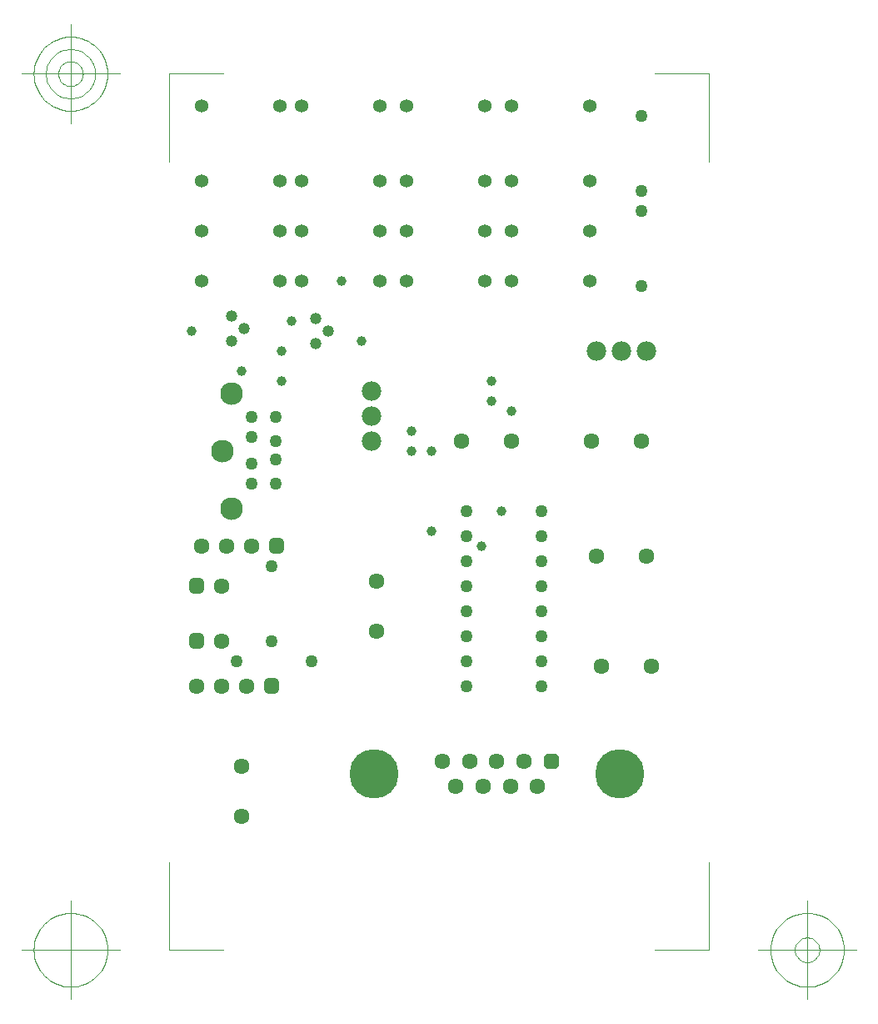
<source format=gbr>
G04 Generated by Ultiboard *
%FSLAX25Y25*%
%MOIN*%

%ADD13C,0.00394*%
%ADD15C,0.03937*%
%ADD16C,0.04943*%
%ADD17C,0.09055*%
%ADD18C,0.06334*%
%ADD19C,0.07834*%
%ADD20C,0.19666*%
%ADD21R,0.02667X0.02667*%
%ADD22C,0.03333*%
%ADD23C,0.05000*%
%ADD24R,0.02083X0.02083*%
%ADD25C,0.03917*%
%ADD26C,0.05337*%
%ADD27C,0.04666*%


%LNSolder Mask Top*%
%LPD*%
%FSLAX25Y25*%
%MOIN*%
G54D13*
X-1000Y44493D02*
X-1000Y79513D01*
X-1000Y44493D02*
X20600Y44493D01*
X215000Y44493D02*
X193400Y44493D01*
X215000Y44493D02*
X215000Y79513D01*
X215000Y394701D02*
X215000Y359680D01*
X215000Y394701D02*
X193400Y394701D01*
X-1000Y394701D02*
X20600Y394701D01*
X-1000Y394701D02*
X-1000Y359680D01*
X-20685Y44493D02*
X-60055Y44493D01*
X-40370Y24807D02*
X-40370Y64178D01*
X-25606Y44493D02*
X-25677Y45940D01*
X-25677Y45940D02*
X-25890Y47373D01*
X-25890Y47373D02*
X-26242Y48778D01*
X-26242Y48778D02*
X-26730Y50142D01*
X-26730Y50142D02*
X-27350Y51452D01*
X-27350Y51452D02*
X-28094Y52695D01*
X-28094Y52695D02*
X-28958Y53859D01*
X-28958Y53859D02*
X-29931Y54932D01*
X-29931Y54932D02*
X-31004Y55905D01*
X-31004Y55905D02*
X-32168Y56768D01*
X-32168Y56768D02*
X-33410Y57513D01*
X-33410Y57513D02*
X-34720Y58132D01*
X-34720Y58132D02*
X-36084Y58621D01*
X-36084Y58621D02*
X-37490Y58973D01*
X-37490Y58973D02*
X-38923Y59185D01*
X-38923Y59185D02*
X-40370Y59256D01*
X-40370Y59256D02*
X-41817Y59185D01*
X-41817Y59185D02*
X-43250Y58973D01*
X-43250Y58973D02*
X-44656Y58621D01*
X-44656Y58621D02*
X-46020Y58132D01*
X-46020Y58132D02*
X-47330Y57513D01*
X-47330Y57513D02*
X-48572Y56768D01*
X-48572Y56768D02*
X-49736Y55905D01*
X-49736Y55905D02*
X-50810Y54932D01*
X-50810Y54932D02*
X-51783Y53859D01*
X-51783Y53859D02*
X-52646Y52695D01*
X-52646Y52695D02*
X-53391Y51452D01*
X-53391Y51452D02*
X-54010Y50142D01*
X-54010Y50142D02*
X-54498Y48778D01*
X-54498Y48778D02*
X-54850Y47373D01*
X-54850Y47373D02*
X-55063Y45940D01*
X-55063Y45940D02*
X-55134Y44493D01*
X-55134Y44493D02*
X-55063Y43045D01*
X-55063Y43045D02*
X-54850Y41612D01*
X-54850Y41612D02*
X-54498Y40207D01*
X-54498Y40207D02*
X-54010Y38843D01*
X-54010Y38843D02*
X-53391Y37533D01*
X-53391Y37533D02*
X-52646Y36290D01*
X-52646Y36290D02*
X-51783Y35126D01*
X-51783Y35126D02*
X-50810Y34053D01*
X-50810Y34053D02*
X-49736Y33080D01*
X-49736Y33080D02*
X-48572Y32217D01*
X-48572Y32217D02*
X-47330Y31472D01*
X-47330Y31472D02*
X-46020Y30853D01*
X-46020Y30853D02*
X-44656Y30364D01*
X-44656Y30364D02*
X-43250Y30012D01*
X-43250Y30012D02*
X-41817Y29800D01*
X-41817Y29800D02*
X-40370Y29729D01*
X-40370Y29729D02*
X-38923Y29800D01*
X-38923Y29800D02*
X-37490Y30012D01*
X-37490Y30012D02*
X-36084Y30364D01*
X-36084Y30364D02*
X-34720Y30853D01*
X-34720Y30853D02*
X-33410Y31472D01*
X-33410Y31472D02*
X-32168Y32217D01*
X-32168Y32217D02*
X-31004Y33080D01*
X-31004Y33080D02*
X-29931Y34053D01*
X-29931Y34053D02*
X-28958Y35126D01*
X-28958Y35126D02*
X-28094Y36290D01*
X-28094Y36290D02*
X-27350Y37533D01*
X-27350Y37533D02*
X-26730Y38843D01*
X-26730Y38843D02*
X-26242Y40207D01*
X-26242Y40207D02*
X-25890Y41612D01*
X-25890Y41612D02*
X-25677Y43045D01*
X-25677Y43045D02*
X-25606Y44493D01*
X234685Y44493D02*
X274055Y44493D01*
X254370Y24807D02*
X254370Y64178D01*
X269134Y44493D02*
X269063Y45940D01*
X269063Y45940D02*
X268850Y47373D01*
X268850Y47373D02*
X268498Y48778D01*
X268498Y48778D02*
X268010Y50142D01*
X268010Y50142D02*
X267391Y51452D01*
X267391Y51452D02*
X266646Y52695D01*
X266646Y52695D02*
X265783Y53859D01*
X265783Y53859D02*
X264810Y54932D01*
X264810Y54932D02*
X263736Y55905D01*
X263736Y55905D02*
X262572Y56768D01*
X262572Y56768D02*
X261330Y57513D01*
X261330Y57513D02*
X260020Y58132D01*
X260020Y58132D02*
X258656Y58621D01*
X258656Y58621D02*
X257250Y58973D01*
X257250Y58973D02*
X255817Y59185D01*
X255817Y59185D02*
X254370Y59256D01*
X254370Y59256D02*
X252923Y59185D01*
X252923Y59185D02*
X251490Y58973D01*
X251490Y58973D02*
X250084Y58621D01*
X250084Y58621D02*
X248720Y58132D01*
X248720Y58132D02*
X247410Y57513D01*
X247410Y57513D02*
X246168Y56768D01*
X246168Y56768D02*
X245004Y55905D01*
X245004Y55905D02*
X243931Y54932D01*
X243931Y54932D02*
X242958Y53859D01*
X242958Y53859D02*
X242094Y52695D01*
X242094Y52695D02*
X241350Y51452D01*
X241350Y51452D02*
X240730Y50142D01*
X240730Y50142D02*
X240242Y48778D01*
X240242Y48778D02*
X239890Y47373D01*
X239890Y47373D02*
X239677Y45940D01*
X239677Y45940D02*
X239606Y44493D01*
X239606Y44493D02*
X239677Y43045D01*
X239677Y43045D02*
X239890Y41612D01*
X239890Y41612D02*
X240242Y40207D01*
X240242Y40207D02*
X240730Y38843D01*
X240730Y38843D02*
X241350Y37533D01*
X241350Y37533D02*
X242094Y36290D01*
X242094Y36290D02*
X242958Y35126D01*
X242958Y35126D02*
X243931Y34053D01*
X243931Y34053D02*
X245004Y33080D01*
X245004Y33080D02*
X246168Y32217D01*
X246168Y32217D02*
X247410Y31472D01*
X247410Y31472D02*
X248720Y30853D01*
X248720Y30853D02*
X250084Y30364D01*
X250084Y30364D02*
X251490Y30012D01*
X251490Y30012D02*
X252923Y29800D01*
X252923Y29800D02*
X254370Y29729D01*
X254370Y29729D02*
X255817Y29800D01*
X255817Y29800D02*
X257250Y30012D01*
X257250Y30012D02*
X258656Y30364D01*
X258656Y30364D02*
X260020Y30853D01*
X260020Y30853D02*
X261330Y31472D01*
X261330Y31472D02*
X262572Y32217D01*
X262572Y32217D02*
X263736Y33080D01*
X263736Y33080D02*
X264810Y34053D01*
X264810Y34053D02*
X265783Y35126D01*
X265783Y35126D02*
X266646Y36290D01*
X266646Y36290D02*
X267391Y37533D01*
X267391Y37533D02*
X268010Y38843D01*
X268010Y38843D02*
X268498Y40207D01*
X268498Y40207D02*
X268850Y41612D01*
X268850Y41612D02*
X269063Y43045D01*
X269063Y43045D02*
X269134Y44493D01*
X259291Y44493D02*
X259268Y44975D01*
X259268Y44975D02*
X259197Y45453D01*
X259197Y45453D02*
X259079Y45921D01*
X259079Y45921D02*
X258917Y46376D01*
X258917Y46376D02*
X258710Y46812D01*
X258710Y46812D02*
X258462Y47227D01*
X258462Y47227D02*
X258174Y47615D01*
X258174Y47615D02*
X257850Y47972D01*
X257850Y47972D02*
X257492Y48297D01*
X257492Y48297D02*
X257104Y48584D01*
X257104Y48584D02*
X256690Y48833D01*
X256690Y48833D02*
X256253Y49039D01*
X256253Y49039D02*
X255799Y49202D01*
X255799Y49202D02*
X255330Y49319D01*
X255330Y49319D02*
X254852Y49390D01*
X254852Y49390D02*
X254370Y49414D01*
X254370Y49414D02*
X253888Y49390D01*
X253888Y49390D02*
X253410Y49319D01*
X253410Y49319D02*
X252942Y49202D01*
X252942Y49202D02*
X252487Y49039D01*
X252487Y49039D02*
X252050Y48833D01*
X252050Y48833D02*
X251636Y48584D01*
X251636Y48584D02*
X251248Y48297D01*
X251248Y48297D02*
X250890Y47972D01*
X250890Y47972D02*
X250566Y47615D01*
X250566Y47615D02*
X250278Y47227D01*
X250278Y47227D02*
X250030Y46812D01*
X250030Y46812D02*
X249823Y46376D01*
X249823Y46376D02*
X249661Y45921D01*
X249661Y45921D02*
X249543Y45453D01*
X249543Y45453D02*
X249473Y44975D01*
X249473Y44975D02*
X249449Y44493D01*
X249449Y44493D02*
X249473Y44010D01*
X249473Y44010D02*
X249543Y43532D01*
X249543Y43532D02*
X249661Y43064D01*
X249661Y43064D02*
X249823Y42609D01*
X249823Y42609D02*
X250030Y42173D01*
X250030Y42173D02*
X250278Y41758D01*
X250278Y41758D02*
X250566Y41371D01*
X250566Y41371D02*
X250890Y41013D01*
X250890Y41013D02*
X251248Y40688D01*
X251248Y40688D02*
X251636Y40401D01*
X251636Y40401D02*
X252050Y40152D01*
X252050Y40152D02*
X252487Y39946D01*
X252487Y39946D02*
X252942Y39783D01*
X252942Y39783D02*
X253410Y39666D01*
X253410Y39666D02*
X253888Y39595D01*
X253888Y39595D02*
X254370Y39571D01*
X254370Y39571D02*
X254852Y39595D01*
X254852Y39595D02*
X255330Y39666D01*
X255330Y39666D02*
X255799Y39783D01*
X255799Y39783D02*
X256253Y39946D01*
X256253Y39946D02*
X256690Y40152D01*
X256690Y40152D02*
X257104Y40401D01*
X257104Y40401D02*
X257492Y40688D01*
X257492Y40688D02*
X257850Y41013D01*
X257850Y41013D02*
X258174Y41371D01*
X258174Y41371D02*
X258462Y41758D01*
X258462Y41758D02*
X258710Y42173D01*
X258710Y42173D02*
X258917Y42609D01*
X258917Y42609D02*
X259079Y43064D01*
X259079Y43064D02*
X259197Y43532D01*
X259197Y43532D02*
X259268Y44010D01*
X259268Y44010D02*
X259291Y44493D01*
X-20685Y394701D02*
X-60055Y394701D01*
X-40370Y375016D02*
X-40370Y414386D01*
X-25606Y394701D02*
X-25677Y396148D01*
X-25677Y396148D02*
X-25890Y397581D01*
X-25890Y397581D02*
X-26242Y398986D01*
X-26242Y398986D02*
X-26730Y400351D01*
X-26730Y400351D02*
X-27350Y401660D01*
X-27350Y401660D02*
X-28094Y402903D01*
X-28094Y402903D02*
X-28958Y404067D01*
X-28958Y404067D02*
X-29931Y405140D01*
X-29931Y405140D02*
X-31004Y406113D01*
X-31004Y406113D02*
X-32168Y406976D01*
X-32168Y406976D02*
X-33410Y407721D01*
X-33410Y407721D02*
X-34720Y408341D01*
X-34720Y408341D02*
X-36084Y408829D01*
X-36084Y408829D02*
X-37490Y409181D01*
X-37490Y409181D02*
X-38923Y409393D01*
X-38923Y409393D02*
X-40370Y409465D01*
X-40370Y409465D02*
X-41817Y409393D01*
X-41817Y409393D02*
X-43250Y409181D01*
X-43250Y409181D02*
X-44656Y408829D01*
X-44656Y408829D02*
X-46020Y408341D01*
X-46020Y408341D02*
X-47330Y407721D01*
X-47330Y407721D02*
X-48572Y406976D01*
X-48572Y406976D02*
X-49736Y406113D01*
X-49736Y406113D02*
X-50810Y405140D01*
X-50810Y405140D02*
X-51783Y404067D01*
X-51783Y404067D02*
X-52646Y402903D01*
X-52646Y402903D02*
X-53391Y401660D01*
X-53391Y401660D02*
X-54010Y400351D01*
X-54010Y400351D02*
X-54498Y398986D01*
X-54498Y398986D02*
X-54850Y397581D01*
X-54850Y397581D02*
X-55063Y396148D01*
X-55063Y396148D02*
X-55134Y394701D01*
X-55134Y394701D02*
X-55063Y393254D01*
X-55063Y393254D02*
X-54850Y391821D01*
X-54850Y391821D02*
X-54498Y390415D01*
X-54498Y390415D02*
X-54010Y389051D01*
X-54010Y389051D02*
X-53391Y387741D01*
X-53391Y387741D02*
X-52646Y386498D01*
X-52646Y386498D02*
X-51783Y385335D01*
X-51783Y385335D02*
X-50810Y384261D01*
X-50810Y384261D02*
X-49736Y383288D01*
X-49736Y383288D02*
X-48572Y382425D01*
X-48572Y382425D02*
X-47330Y381680D01*
X-47330Y381680D02*
X-46020Y381061D01*
X-46020Y381061D02*
X-44656Y380573D01*
X-44656Y380573D02*
X-43250Y380221D01*
X-43250Y380221D02*
X-41817Y380008D01*
X-41817Y380008D02*
X-40370Y379937D01*
X-40370Y379937D02*
X-38923Y380008D01*
X-38923Y380008D02*
X-37490Y380221D01*
X-37490Y380221D02*
X-36084Y380573D01*
X-36084Y380573D02*
X-34720Y381061D01*
X-34720Y381061D02*
X-33410Y381680D01*
X-33410Y381680D02*
X-32168Y382425D01*
X-32168Y382425D02*
X-31004Y383288D01*
X-31004Y383288D02*
X-29931Y384261D01*
X-29931Y384261D02*
X-28958Y385335D01*
X-28958Y385335D02*
X-28094Y386498D01*
X-28094Y386498D02*
X-27350Y387741D01*
X-27350Y387741D02*
X-26730Y389051D01*
X-26730Y389051D02*
X-26242Y390415D01*
X-26242Y390415D02*
X-25890Y391821D01*
X-25890Y391821D02*
X-25677Y393254D01*
X-25677Y393254D02*
X-25606Y394701D01*
X-30528Y394701D02*
X-30575Y395666D01*
X-30575Y395666D02*
X-30717Y396621D01*
X-30717Y396621D02*
X-30951Y397558D01*
X-30951Y397558D02*
X-31277Y398467D01*
X-31277Y398467D02*
X-31690Y399341D01*
X-31690Y399341D02*
X-32186Y400169D01*
X-32186Y400169D02*
X-32762Y400945D01*
X-32762Y400945D02*
X-33410Y401661D01*
X-33410Y401661D02*
X-34126Y402309D01*
X-34126Y402309D02*
X-34902Y402885D01*
X-34902Y402885D02*
X-35730Y403381D01*
X-35730Y403381D02*
X-36604Y403794D01*
X-36604Y403794D02*
X-37513Y404119D01*
X-37513Y404119D02*
X-38450Y404354D01*
X-38450Y404354D02*
X-39405Y404496D01*
X-39405Y404496D02*
X-40370Y404543D01*
X-40370Y404543D02*
X-41335Y404496D01*
X-41335Y404496D02*
X-42290Y404354D01*
X-42290Y404354D02*
X-43227Y404119D01*
X-43227Y404119D02*
X-44137Y403794D01*
X-44137Y403794D02*
X-45010Y403381D01*
X-45010Y403381D02*
X-45838Y402885D01*
X-45838Y402885D02*
X-46614Y402309D01*
X-46614Y402309D02*
X-47330Y401661D01*
X-47330Y401661D02*
X-47978Y400945D01*
X-47978Y400945D02*
X-48554Y400169D01*
X-48554Y400169D02*
X-49050Y399341D01*
X-49050Y399341D02*
X-49463Y398467D01*
X-49463Y398467D02*
X-49789Y397558D01*
X-49789Y397558D02*
X-50023Y396621D01*
X-50023Y396621D02*
X-50165Y395666D01*
X-50165Y395666D02*
X-50213Y394701D01*
X-50213Y394701D02*
X-50165Y393736D01*
X-50165Y393736D02*
X-50023Y392781D01*
X-50023Y392781D02*
X-49789Y391844D01*
X-49789Y391844D02*
X-49463Y390934D01*
X-49463Y390934D02*
X-49050Y390061D01*
X-49050Y390061D02*
X-48554Y389233D01*
X-48554Y389233D02*
X-47978Y388457D01*
X-47978Y388457D02*
X-47330Y387741D01*
X-47330Y387741D02*
X-46614Y387092D01*
X-46614Y387092D02*
X-45838Y386517D01*
X-45838Y386517D02*
X-45010Y386020D01*
X-45010Y386020D02*
X-44137Y385607D01*
X-44137Y385607D02*
X-43227Y385282D01*
X-43227Y385282D02*
X-42290Y385047D01*
X-42290Y385047D02*
X-41335Y384906D01*
X-41335Y384906D02*
X-40370Y384858D01*
X-40370Y384858D02*
X-39405Y384906D01*
X-39405Y384906D02*
X-38450Y385047D01*
X-38450Y385047D02*
X-37513Y385282D01*
X-37513Y385282D02*
X-36604Y385607D01*
X-36604Y385607D02*
X-35730Y386020D01*
X-35730Y386020D02*
X-34902Y386517D01*
X-34902Y386517D02*
X-34126Y387092D01*
X-34126Y387092D02*
X-33410Y387741D01*
X-33410Y387741D02*
X-32762Y388457D01*
X-32762Y388457D02*
X-32186Y389233D01*
X-32186Y389233D02*
X-31690Y390061D01*
X-31690Y390061D02*
X-31277Y390934D01*
X-31277Y390934D02*
X-30951Y391844D01*
X-30951Y391844D02*
X-30717Y392781D01*
X-30717Y392781D02*
X-30575Y393736D01*
X-30575Y393736D02*
X-30528Y394701D01*
X-35449Y394701D02*
X-35473Y395183D01*
X-35473Y395183D02*
X-35543Y395661D01*
X-35543Y395661D02*
X-35661Y396129D01*
X-35661Y396129D02*
X-35823Y396584D01*
X-35823Y396584D02*
X-36030Y397021D01*
X-36030Y397021D02*
X-36278Y397435D01*
X-36278Y397435D02*
X-36566Y397823D01*
X-36566Y397823D02*
X-36890Y398181D01*
X-36890Y398181D02*
X-37248Y398505D01*
X-37248Y398505D02*
X-37636Y398793D01*
X-37636Y398793D02*
X-38050Y399041D01*
X-38050Y399041D02*
X-38487Y399247D01*
X-38487Y399247D02*
X-38942Y399410D01*
X-38942Y399410D02*
X-39410Y399527D01*
X-39410Y399527D02*
X-39888Y399598D01*
X-39888Y399598D02*
X-40370Y399622D01*
X-40370Y399622D02*
X-40852Y399598D01*
X-40852Y399598D02*
X-41330Y399527D01*
X-41330Y399527D02*
X-41799Y399410D01*
X-41799Y399410D02*
X-42253Y399247D01*
X-42253Y399247D02*
X-42690Y399041D01*
X-42690Y399041D02*
X-43104Y398793D01*
X-43104Y398793D02*
X-43492Y398505D01*
X-43492Y398505D02*
X-43850Y398181D01*
X-43850Y398181D02*
X-44174Y397823D01*
X-44174Y397823D02*
X-44462Y397435D01*
X-44462Y397435D02*
X-44710Y397021D01*
X-44710Y397021D02*
X-44917Y396584D01*
X-44917Y396584D02*
X-45079Y396129D01*
X-45079Y396129D02*
X-45197Y395661D01*
X-45197Y395661D02*
X-45268Y395183D01*
X-45268Y395183D02*
X-45291Y394701D01*
X-45291Y394701D02*
X-45268Y394218D01*
X-45268Y394218D02*
X-45197Y393741D01*
X-45197Y393741D02*
X-45079Y393272D01*
X-45079Y393272D02*
X-44917Y392818D01*
X-44917Y392818D02*
X-44710Y392381D01*
X-44710Y392381D02*
X-44462Y391967D01*
X-44462Y391967D02*
X-44174Y391579D01*
X-44174Y391579D02*
X-43850Y391221D01*
X-43850Y391221D02*
X-43492Y390897D01*
X-43492Y390897D02*
X-43104Y390609D01*
X-43104Y390609D02*
X-42690Y390361D01*
X-42690Y390361D02*
X-42253Y390154D01*
X-42253Y390154D02*
X-41799Y389991D01*
X-41799Y389991D02*
X-41330Y389874D01*
X-41330Y389874D02*
X-40852Y389803D01*
X-40852Y389803D02*
X-40370Y389780D01*
X-40370Y389780D02*
X-39888Y389803D01*
X-39888Y389803D02*
X-39410Y389874D01*
X-39410Y389874D02*
X-38942Y389991D01*
X-38942Y389991D02*
X-38487Y390154D01*
X-38487Y390154D02*
X-38050Y390361D01*
X-38050Y390361D02*
X-37636Y390609D01*
X-37636Y390609D02*
X-37248Y390897D01*
X-37248Y390897D02*
X-36890Y391221D01*
X-36890Y391221D02*
X-36566Y391579D01*
X-36566Y391579D02*
X-36278Y391967D01*
X-36278Y391967D02*
X-36030Y392381D01*
X-36030Y392381D02*
X-35823Y392818D01*
X-35823Y392818D02*
X-35661Y393272D01*
X-35661Y393272D02*
X-35543Y393741D01*
X-35543Y393741D02*
X-35473Y394218D01*
X-35473Y394218D02*
X-35449Y394701D01*
G54D15*
X96000Y252000D03*
X124000Y206000D03*
X96000Y244000D03*
X104000Y212000D03*
X104000Y244000D03*
X132000Y220000D03*
X128000Y272000D03*
X128000Y264000D03*
X28000Y276000D03*
X8000Y292000D03*
X44000Y284000D03*
X44000Y272000D03*
X48000Y296000D03*
X68000Y312000D03*
X76000Y288000D03*
X136000Y260000D03*
G54D16*
X31906Y249677D03*
X31906Y238693D03*
X31906Y230819D03*
X41748Y230819D03*
X41748Y240661D03*
X41748Y247748D03*
X31906Y257591D03*
X41748Y257591D03*
G54D17*
X24000Y221000D03*
X20488Y244000D03*
X24000Y267000D03*
G54D18*
X116000Y248000D03*
X136000Y248000D03*
X188000Y248000D03*
X168000Y248000D03*
X124667Y110000D03*
X113750Y110000D03*
X135583Y110000D03*
X146500Y110000D03*
X108333Y120000D03*
X119250Y120000D03*
X141083Y120000D03*
X130167Y120000D03*
X28000Y98000D03*
X28000Y118000D03*
X82000Y192000D03*
X82000Y172000D03*
X20000Y190000D03*
X30000Y150000D03*
X10000Y150000D03*
X20000Y150000D03*
X20000Y168000D03*
X32000Y206000D03*
X12000Y206000D03*
X22000Y206000D03*
X192000Y158000D03*
X172000Y158000D03*
X190000Y202000D03*
X170000Y202000D03*
G54D19*
X80000Y248000D03*
X80000Y268000D03*
X80000Y258000D03*
X190000Y284000D03*
X170000Y284000D03*
X180000Y284000D03*
G54D20*
X81000Y115000D03*
X179417Y115000D03*
G54D21*
X152000Y120000D03*
G54D22*
X150667Y118667D02*
X153333Y118667D01*
X153333Y121333D01*
X150667Y121333D01*
X150667Y118667D01*D02*
G54D23*
X118000Y190000D03*
X118000Y160000D03*
X118000Y150000D03*
X118000Y170000D03*
X118000Y180000D03*
X118000Y220000D03*
X118000Y200000D03*
X118000Y210000D03*
X148000Y190000D03*
X148000Y160000D03*
X148000Y150000D03*
X148000Y170000D03*
X148000Y180000D03*
X148000Y220000D03*
X148000Y200000D03*
X148000Y210000D03*
X40000Y168000D03*
X40000Y198000D03*
X26000Y160000D03*
X56000Y160000D03*
X188000Y378000D03*
X188000Y348000D03*
X188000Y310000D03*
X188000Y340000D03*
G54D24*
X10000Y190000D03*
X40000Y150000D03*
X10000Y168000D03*
X42000Y206000D03*
G54D25*
X8959Y188959D02*
X11041Y188959D01*
X11041Y191041D01*
X8959Y191041D01*
X8959Y188959D01*D02*
X38959Y148959D02*
X41041Y148959D01*
X41041Y151041D01*
X38959Y151041D01*
X38959Y148959D01*D02*
X8959Y166959D02*
X11041Y166959D01*
X11041Y169041D01*
X8959Y169041D01*
X8959Y166959D01*D02*
X40959Y204959D02*
X43041Y204959D01*
X43041Y207041D01*
X40959Y207041D01*
X40959Y204959D01*D02*
G54D26*
X125433Y312000D03*
X125433Y332000D03*
X125433Y352000D03*
X125433Y382000D03*
X93937Y312000D03*
X93937Y332000D03*
X93937Y352000D03*
X93937Y382000D03*
X51937Y312000D03*
X51937Y332000D03*
X51937Y352000D03*
X83433Y312000D03*
X83433Y332000D03*
X83433Y352000D03*
X51937Y382000D03*
X83433Y382000D03*
X11937Y312000D03*
X43433Y312000D03*
X11937Y332000D03*
X11937Y352000D03*
X43433Y332000D03*
X43433Y352000D03*
X11937Y382000D03*
X43433Y382000D03*
X135937Y312000D03*
X167433Y312000D03*
X135937Y332000D03*
X135937Y352000D03*
X167433Y332000D03*
X167433Y352000D03*
X135937Y382000D03*
X167433Y382000D03*
G54D27*
X62792Y291792D03*
X57792Y296792D03*
X57792Y286792D03*
X24000Y298000D03*
X29000Y293000D03*
X24000Y288000D03*

M00*

</source>
